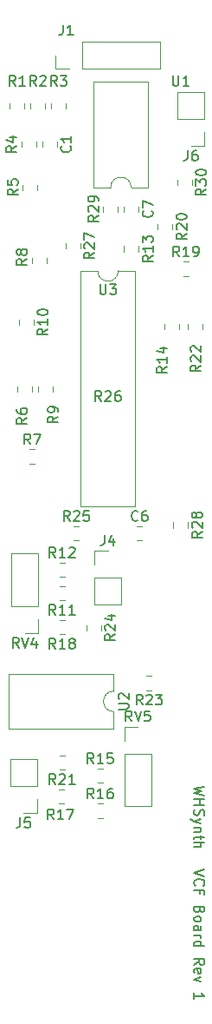
<source format=gbr>
G04 #@! TF.GenerationSoftware,KiCad,Pcbnew,(5.1.2-1)-1*
G04 #@! TF.CreationDate,2019-08-21T11:01:54-07:00*
G04 #@! TF.ProjectId,AS3320_VCF,41533333-3230-45f5-9643-462e6b696361,rev?*
G04 #@! TF.SameCoordinates,Original*
G04 #@! TF.FileFunction,Legend,Top*
G04 #@! TF.FilePolarity,Positive*
%FSLAX46Y46*%
G04 Gerber Fmt 4.6, Leading zero omitted, Abs format (unit mm)*
G04 Created by KiCad (PCBNEW (5.1.2-1)-1) date 2019-08-21 11:01:54*
%MOMM*%
%LPD*%
G04 APERTURE LIST*
%ADD10C,0.150000*%
%ADD11C,0.120000*%
G04 APERTURE END LIST*
D10*
X72937619Y-107942857D02*
X71937619Y-108276190D01*
X72937619Y-108609523D01*
X72032857Y-109514285D02*
X71985238Y-109466666D01*
X71937619Y-109323809D01*
X71937619Y-109228571D01*
X71985238Y-109085714D01*
X72080476Y-108990476D01*
X72175714Y-108942857D01*
X72366190Y-108895238D01*
X72509047Y-108895238D01*
X72699523Y-108942857D01*
X72794761Y-108990476D01*
X72890000Y-109085714D01*
X72937619Y-109228571D01*
X72937619Y-109323809D01*
X72890000Y-109466666D01*
X72842380Y-109514285D01*
X72461428Y-110276190D02*
X72461428Y-109942857D01*
X71937619Y-109942857D02*
X72937619Y-109942857D01*
X72937619Y-110419047D01*
X72461428Y-111895238D02*
X72413809Y-112038095D01*
X72366190Y-112085714D01*
X72270952Y-112133333D01*
X72128095Y-112133333D01*
X72032857Y-112085714D01*
X71985238Y-112038095D01*
X71937619Y-111942857D01*
X71937619Y-111561904D01*
X72937619Y-111561904D01*
X72937619Y-111895238D01*
X72890000Y-111990476D01*
X72842380Y-112038095D01*
X72747142Y-112085714D01*
X72651904Y-112085714D01*
X72556666Y-112038095D01*
X72509047Y-111990476D01*
X72461428Y-111895238D01*
X72461428Y-111561904D01*
X71937619Y-112704761D02*
X71985238Y-112609523D01*
X72032857Y-112561904D01*
X72128095Y-112514285D01*
X72413809Y-112514285D01*
X72509047Y-112561904D01*
X72556666Y-112609523D01*
X72604285Y-112704761D01*
X72604285Y-112847619D01*
X72556666Y-112942857D01*
X72509047Y-112990476D01*
X72413809Y-113038095D01*
X72128095Y-113038095D01*
X72032857Y-112990476D01*
X71985238Y-112942857D01*
X71937619Y-112847619D01*
X71937619Y-112704761D01*
X71937619Y-113895238D02*
X72461428Y-113895238D01*
X72556666Y-113847619D01*
X72604285Y-113752380D01*
X72604285Y-113561904D01*
X72556666Y-113466666D01*
X71985238Y-113895238D02*
X71937619Y-113800000D01*
X71937619Y-113561904D01*
X71985238Y-113466666D01*
X72080476Y-113419047D01*
X72175714Y-113419047D01*
X72270952Y-113466666D01*
X72318571Y-113561904D01*
X72318571Y-113800000D01*
X72366190Y-113895238D01*
X71937619Y-114371428D02*
X72604285Y-114371428D01*
X72413809Y-114371428D02*
X72509047Y-114419047D01*
X72556666Y-114466666D01*
X72604285Y-114561904D01*
X72604285Y-114657142D01*
X71937619Y-115419047D02*
X72937619Y-115419047D01*
X71985238Y-115419047D02*
X71937619Y-115323809D01*
X71937619Y-115133333D01*
X71985238Y-115038095D01*
X72032857Y-114990476D01*
X72128095Y-114942857D01*
X72413809Y-114942857D01*
X72509047Y-114990476D01*
X72556666Y-115038095D01*
X72604285Y-115133333D01*
X72604285Y-115323809D01*
X72556666Y-115419047D01*
X71937619Y-117228571D02*
X72413809Y-116895238D01*
X71937619Y-116657142D02*
X72937619Y-116657142D01*
X72937619Y-117038095D01*
X72890000Y-117133333D01*
X72842380Y-117180952D01*
X72747142Y-117228571D01*
X72604285Y-117228571D01*
X72509047Y-117180952D01*
X72461428Y-117133333D01*
X72413809Y-117038095D01*
X72413809Y-116657142D01*
X71985238Y-118038095D02*
X71937619Y-117942857D01*
X71937619Y-117752380D01*
X71985238Y-117657142D01*
X72080476Y-117609523D01*
X72461428Y-117609523D01*
X72556666Y-117657142D01*
X72604285Y-117752380D01*
X72604285Y-117942857D01*
X72556666Y-118038095D01*
X72461428Y-118085714D01*
X72366190Y-118085714D01*
X72270952Y-117609523D01*
X72604285Y-118419047D02*
X71937619Y-118657142D01*
X72604285Y-118895238D01*
X71937619Y-120561904D02*
X71937619Y-119990476D01*
X71937619Y-120276190D02*
X72937619Y-120276190D01*
X72794761Y-120180952D01*
X72699523Y-120085714D01*
X72651904Y-119990476D01*
X72937619Y-99870000D02*
X71937619Y-100108095D01*
X72651904Y-100298571D01*
X71937619Y-100489047D01*
X72937619Y-100727142D01*
X71937619Y-101108095D02*
X72937619Y-101108095D01*
X72461428Y-101108095D02*
X72461428Y-101679523D01*
X71937619Y-101679523D02*
X72937619Y-101679523D01*
X71985238Y-102108095D02*
X71937619Y-102250952D01*
X71937619Y-102489047D01*
X71985238Y-102584285D01*
X72032857Y-102631904D01*
X72128095Y-102679523D01*
X72223333Y-102679523D01*
X72318571Y-102631904D01*
X72366190Y-102584285D01*
X72413809Y-102489047D01*
X72461428Y-102298571D01*
X72509047Y-102203333D01*
X72556666Y-102155714D01*
X72651904Y-102108095D01*
X72747142Y-102108095D01*
X72842380Y-102155714D01*
X72890000Y-102203333D01*
X72937619Y-102298571D01*
X72937619Y-102536666D01*
X72890000Y-102679523D01*
X72604285Y-103012857D02*
X71937619Y-103250952D01*
X72604285Y-103489047D02*
X71937619Y-103250952D01*
X71699523Y-103155714D01*
X71651904Y-103108095D01*
X71604285Y-103012857D01*
X72604285Y-103870000D02*
X71937619Y-103870000D01*
X72509047Y-103870000D02*
X72556666Y-103917619D01*
X72604285Y-104012857D01*
X72604285Y-104155714D01*
X72556666Y-104250952D01*
X72461428Y-104298571D01*
X71937619Y-104298571D01*
X72604285Y-104631904D02*
X72604285Y-105012857D01*
X72937619Y-104774761D02*
X72080476Y-104774761D01*
X71985238Y-104822380D01*
X71937619Y-104917619D01*
X71937619Y-105012857D01*
X71937619Y-105346190D02*
X72937619Y-105346190D01*
X71937619Y-105774761D02*
X72461428Y-105774761D01*
X72556666Y-105727142D01*
X72604285Y-105631904D01*
X72604285Y-105489047D01*
X72556666Y-105393809D01*
X72509047Y-105346190D01*
D11*
X62170000Y-76902000D02*
X63500000Y-76902000D01*
X62170000Y-78232000D02*
X62170000Y-76902000D01*
X62170000Y-79502000D02*
X64830000Y-79502000D01*
X64830000Y-79502000D02*
X64830000Y-82102000D01*
X62170000Y-79502000D02*
X62170000Y-82102000D01*
X62170000Y-82102000D02*
X64830000Y-82102000D01*
X56575000Y-102422000D02*
X55245000Y-102422000D01*
X56575000Y-101092000D02*
X56575000Y-102422000D01*
X56575000Y-99822000D02*
X53915000Y-99822000D01*
X53915000Y-99822000D02*
X53915000Y-97222000D01*
X56575000Y-99822000D02*
X56575000Y-97222000D01*
X56575000Y-97222000D02*
X53915000Y-97222000D01*
X72958000Y-37398000D02*
X71628000Y-37398000D01*
X72958000Y-36068000D02*
X72958000Y-37398000D01*
X72958000Y-34798000D02*
X70298000Y-34798000D01*
X70298000Y-34798000D02*
X70298000Y-32198000D01*
X72958000Y-34798000D02*
X72958000Y-32198000D01*
X72958000Y-32198000D02*
X70298000Y-32198000D01*
X56702000Y-84896000D02*
X55372000Y-84896000D01*
X56702000Y-83566000D02*
X56702000Y-84896000D01*
X56702000Y-82296000D02*
X54042000Y-82296000D01*
X54042000Y-82296000D02*
X54042000Y-77156000D01*
X56702000Y-82296000D02*
X56702000Y-77156000D01*
X56702000Y-77156000D02*
X54042000Y-77156000D01*
X65091000Y-94047000D02*
X66421000Y-94047000D01*
X65091000Y-95377000D02*
X65091000Y-94047000D01*
X65091000Y-96647000D02*
X67751000Y-96647000D01*
X67751000Y-96647000D02*
X67751000Y-101787000D01*
X65091000Y-96647000D02*
X65091000Y-101787000D01*
X65091000Y-101787000D02*
X67751000Y-101787000D01*
X62120000Y-41462000D02*
X63770000Y-41462000D01*
X62120000Y-31182000D02*
X62120000Y-41462000D01*
X67420000Y-31182000D02*
X62120000Y-31182000D01*
X67420000Y-41462000D02*
X67420000Y-31182000D01*
X65770000Y-41462000D02*
X67420000Y-41462000D01*
X63770000Y-41462000D02*
G75*
G02X65770000Y-41462000I1000000J0D01*
G01*
X64068000Y-94217000D02*
X64068000Y-92567000D01*
X53788000Y-94217000D02*
X64068000Y-94217000D01*
X53788000Y-88917000D02*
X53788000Y-94217000D01*
X64068000Y-88917000D02*
X53788000Y-88917000D01*
X64068000Y-90567000D02*
X64068000Y-88917000D01*
X64068000Y-92567000D02*
G75*
G02X64068000Y-90567000I0J1000000D01*
G01*
X66150000Y-49597000D02*
X64500000Y-49597000D01*
X66150000Y-72577000D02*
X66150000Y-49597000D01*
X60850000Y-72577000D02*
X66150000Y-72577000D01*
X60850000Y-49597000D02*
X60850000Y-72577000D01*
X62500000Y-49597000D02*
X60850000Y-49597000D01*
X64500000Y-49597000D02*
G75*
G02X62500000Y-49597000I-1000000J0D01*
G01*
X58360000Y-29905000D02*
X58360000Y-28575000D01*
X59690000Y-29905000D02*
X58360000Y-29905000D01*
X60960000Y-29905000D02*
X60960000Y-27245000D01*
X60960000Y-27245000D02*
X68640000Y-27245000D01*
X60960000Y-29905000D02*
X68640000Y-29905000D01*
X68640000Y-29905000D02*
X68640000Y-27245000D01*
X57075000Y-37000922D02*
X57075000Y-37518078D01*
X58495000Y-37000922D02*
X58495000Y-37518078D01*
X66337922Y-75894000D02*
X66855078Y-75894000D01*
X66337922Y-74474000D02*
X66855078Y-74474000D01*
X65076000Y-43302422D02*
X65076000Y-43819578D01*
X66496000Y-43302422D02*
X66496000Y-43819578D01*
X55320000Y-33786578D02*
X55320000Y-33269422D01*
X53900000Y-33786578D02*
X53900000Y-33269422D01*
X57352000Y-33786578D02*
X57352000Y-33269422D01*
X55932000Y-33786578D02*
X55932000Y-33269422D01*
X59384000Y-33786578D02*
X59384000Y-33269422D01*
X57964000Y-33786578D02*
X57964000Y-33269422D01*
X56463000Y-37518078D02*
X56463000Y-37000922D01*
X55043000Y-37518078D02*
X55043000Y-37000922D01*
X56590000Y-41709078D02*
X56590000Y-41191922D01*
X55170000Y-41709078D02*
X55170000Y-41191922D01*
X56082000Y-61345578D02*
X56082000Y-60828422D01*
X54662000Y-61345578D02*
X54662000Y-60828422D01*
X55826922Y-68401000D02*
X56344078Y-68401000D01*
X55826922Y-66981000D02*
X56344078Y-66981000D01*
X56059000Y-48333922D02*
X56059000Y-48851078D01*
X57479000Y-48333922D02*
X57479000Y-48851078D01*
X58114000Y-61345578D02*
X58114000Y-60828422D01*
X56694000Y-61345578D02*
X56694000Y-60828422D01*
X54789000Y-54351422D02*
X54789000Y-54868578D01*
X56209000Y-54351422D02*
X56209000Y-54868578D01*
X59265078Y-80316000D02*
X58747922Y-80316000D01*
X59265078Y-81736000D02*
X58747922Y-81736000D01*
X58747922Y-79450000D02*
X59265078Y-79450000D01*
X58747922Y-78030000D02*
X59265078Y-78030000D01*
X65076000Y-47190922D02*
X65076000Y-47708078D01*
X66496000Y-47190922D02*
X66496000Y-47708078D01*
X70433000Y-55298078D02*
X70433000Y-54780922D01*
X69013000Y-55298078D02*
X69013000Y-54780922D01*
X62479422Y-99516000D02*
X62996578Y-99516000D01*
X62479422Y-98096000D02*
X62996578Y-98096000D01*
X62479422Y-102945000D02*
X62996578Y-102945000D01*
X62479422Y-101525000D02*
X62996578Y-101525000D01*
X58717922Y-101548000D02*
X59235078Y-101548000D01*
X58717922Y-100128000D02*
X59235078Y-100128000D01*
X59265078Y-83618000D02*
X58747922Y-83618000D01*
X59265078Y-85038000D02*
X58747922Y-85038000D01*
X70861422Y-50113000D02*
X71378578Y-50113000D01*
X70861422Y-48693000D02*
X71378578Y-48693000D01*
X68378000Y-45031922D02*
X68378000Y-45549078D01*
X69798000Y-45031922D02*
X69798000Y-45549078D01*
X59265078Y-96826000D02*
X58747922Y-96826000D01*
X59265078Y-98246000D02*
X58747922Y-98246000D01*
X72719000Y-55298078D02*
X72719000Y-54780922D01*
X71299000Y-55298078D02*
X71299000Y-54780922D01*
X67774078Y-89079000D02*
X67256922Y-89079000D01*
X67774078Y-90499000D02*
X67256922Y-90499000D01*
X61393000Y-84117922D02*
X61393000Y-84635078D01*
X62813000Y-84117922D02*
X62813000Y-84635078D01*
X60144922Y-75894000D02*
X60662078Y-75894000D01*
X60144922Y-74474000D02*
X60662078Y-74474000D01*
X59361000Y-46906922D02*
X59361000Y-47424078D01*
X60781000Y-46906922D02*
X60781000Y-47424078D01*
X69902000Y-74114922D02*
X69902000Y-74632078D01*
X71322000Y-74114922D02*
X71322000Y-74632078D01*
X64464000Y-43819578D02*
X64464000Y-43302422D01*
X63044000Y-43819578D02*
X63044000Y-43302422D01*
X70283000Y-40713922D02*
X70283000Y-41231078D01*
X71703000Y-40713922D02*
X71703000Y-41231078D01*
D10*
X63166666Y-75354380D02*
X63166666Y-76068666D01*
X63119047Y-76211523D01*
X63023809Y-76306761D01*
X62880952Y-76354380D01*
X62785714Y-76354380D01*
X64071428Y-75687714D02*
X64071428Y-76354380D01*
X63833333Y-75306761D02*
X63595238Y-76021047D01*
X64214285Y-76021047D01*
X54911666Y-102874380D02*
X54911666Y-103588666D01*
X54864047Y-103731523D01*
X54768809Y-103826761D01*
X54625952Y-103874380D01*
X54530714Y-103874380D01*
X55864047Y-102874380D02*
X55387857Y-102874380D01*
X55340238Y-103350571D01*
X55387857Y-103302952D01*
X55483095Y-103255333D01*
X55721190Y-103255333D01*
X55816428Y-103302952D01*
X55864047Y-103350571D01*
X55911666Y-103445809D01*
X55911666Y-103683904D01*
X55864047Y-103779142D01*
X55816428Y-103826761D01*
X55721190Y-103874380D01*
X55483095Y-103874380D01*
X55387857Y-103826761D01*
X55340238Y-103779142D01*
X71294666Y-37850380D02*
X71294666Y-38564666D01*
X71247047Y-38707523D01*
X71151809Y-38802761D01*
X71008952Y-38850380D01*
X70913714Y-38850380D01*
X72199428Y-37850380D02*
X72008952Y-37850380D01*
X71913714Y-37898000D01*
X71866095Y-37945619D01*
X71770857Y-38088476D01*
X71723238Y-38278952D01*
X71723238Y-38659904D01*
X71770857Y-38755142D01*
X71818476Y-38802761D01*
X71913714Y-38850380D01*
X72104190Y-38850380D01*
X72199428Y-38802761D01*
X72247047Y-38755142D01*
X72294666Y-38659904D01*
X72294666Y-38421809D01*
X72247047Y-38326571D01*
X72199428Y-38278952D01*
X72104190Y-38231333D01*
X71913714Y-38231333D01*
X71818476Y-38278952D01*
X71770857Y-38326571D01*
X71723238Y-38421809D01*
X54776761Y-86348380D02*
X54443428Y-85872190D01*
X54205333Y-86348380D02*
X54205333Y-85348380D01*
X54586285Y-85348380D01*
X54681523Y-85396000D01*
X54729142Y-85443619D01*
X54776761Y-85538857D01*
X54776761Y-85681714D01*
X54729142Y-85776952D01*
X54681523Y-85824571D01*
X54586285Y-85872190D01*
X54205333Y-85872190D01*
X55062476Y-85348380D02*
X55395809Y-86348380D01*
X55729142Y-85348380D01*
X56491047Y-85681714D02*
X56491047Y-86348380D01*
X56252952Y-85300761D02*
X56014857Y-86015047D01*
X56633904Y-86015047D01*
X65825761Y-93499380D02*
X65492428Y-93023190D01*
X65254333Y-93499380D02*
X65254333Y-92499380D01*
X65635285Y-92499380D01*
X65730523Y-92547000D01*
X65778142Y-92594619D01*
X65825761Y-92689857D01*
X65825761Y-92832714D01*
X65778142Y-92927952D01*
X65730523Y-92975571D01*
X65635285Y-93023190D01*
X65254333Y-93023190D01*
X66111476Y-92499380D02*
X66444809Y-93499380D01*
X66778142Y-92499380D01*
X67587666Y-92499380D02*
X67111476Y-92499380D01*
X67063857Y-92975571D01*
X67111476Y-92927952D01*
X67206714Y-92880333D01*
X67444809Y-92880333D01*
X67540047Y-92927952D01*
X67587666Y-92975571D01*
X67635285Y-93070809D01*
X67635285Y-93308904D01*
X67587666Y-93404142D01*
X67540047Y-93451761D01*
X67444809Y-93499380D01*
X67206714Y-93499380D01*
X67111476Y-93451761D01*
X67063857Y-93404142D01*
X69850095Y-30567380D02*
X69850095Y-31376904D01*
X69897714Y-31472142D01*
X69945333Y-31519761D01*
X70040571Y-31567380D01*
X70231047Y-31567380D01*
X70326285Y-31519761D01*
X70373904Y-31472142D01*
X70421523Y-31376904D01*
X70421523Y-30567380D01*
X71421523Y-31567380D02*
X70850095Y-31567380D01*
X71135809Y-31567380D02*
X71135809Y-30567380D01*
X71040571Y-30710238D01*
X70945333Y-30805476D01*
X70850095Y-30853095D01*
X64520380Y-92328904D02*
X65329904Y-92328904D01*
X65425142Y-92281285D01*
X65472761Y-92233666D01*
X65520380Y-92138428D01*
X65520380Y-91947952D01*
X65472761Y-91852714D01*
X65425142Y-91805095D01*
X65329904Y-91757476D01*
X64520380Y-91757476D01*
X64615619Y-91328904D02*
X64568000Y-91281285D01*
X64520380Y-91186047D01*
X64520380Y-90947952D01*
X64568000Y-90852714D01*
X64615619Y-90805095D01*
X64710857Y-90757476D01*
X64806095Y-90757476D01*
X64948952Y-90805095D01*
X65520380Y-91376523D01*
X65520380Y-90757476D01*
X62738095Y-50887380D02*
X62738095Y-51696904D01*
X62785714Y-51792142D01*
X62833333Y-51839761D01*
X62928571Y-51887380D01*
X63119047Y-51887380D01*
X63214285Y-51839761D01*
X63261904Y-51792142D01*
X63309523Y-51696904D01*
X63309523Y-50887380D01*
X63690476Y-50887380D02*
X64309523Y-50887380D01*
X63976190Y-51268333D01*
X64119047Y-51268333D01*
X64214285Y-51315952D01*
X64261904Y-51363571D01*
X64309523Y-51458809D01*
X64309523Y-51696904D01*
X64261904Y-51792142D01*
X64214285Y-51839761D01*
X64119047Y-51887380D01*
X63833333Y-51887380D01*
X63738095Y-51839761D01*
X63690476Y-51792142D01*
X59102666Y-25614380D02*
X59102666Y-26328666D01*
X59055047Y-26471523D01*
X58959809Y-26566761D01*
X58816952Y-26614380D01*
X58721714Y-26614380D01*
X60102666Y-26614380D02*
X59531238Y-26614380D01*
X59816952Y-26614380D02*
X59816952Y-25614380D01*
X59721714Y-25757238D01*
X59626476Y-25852476D01*
X59531238Y-25900095D01*
X59792142Y-37426166D02*
X59839761Y-37473785D01*
X59887380Y-37616642D01*
X59887380Y-37711880D01*
X59839761Y-37854738D01*
X59744523Y-37949976D01*
X59649285Y-37997595D01*
X59458809Y-38045214D01*
X59315952Y-38045214D01*
X59125476Y-37997595D01*
X59030238Y-37949976D01*
X58935000Y-37854738D01*
X58887380Y-37711880D01*
X58887380Y-37616642D01*
X58935000Y-37473785D01*
X58982619Y-37426166D01*
X59887380Y-36473785D02*
X59887380Y-37045214D01*
X59887380Y-36759500D02*
X58887380Y-36759500D01*
X59030238Y-36854738D01*
X59125476Y-36949976D01*
X59173095Y-37045214D01*
X66429833Y-73891142D02*
X66382214Y-73938761D01*
X66239357Y-73986380D01*
X66144119Y-73986380D01*
X66001261Y-73938761D01*
X65906023Y-73843523D01*
X65858404Y-73748285D01*
X65810785Y-73557809D01*
X65810785Y-73414952D01*
X65858404Y-73224476D01*
X65906023Y-73129238D01*
X66001261Y-73034000D01*
X66144119Y-72986380D01*
X66239357Y-72986380D01*
X66382214Y-73034000D01*
X66429833Y-73081619D01*
X67286976Y-72986380D02*
X67096500Y-72986380D01*
X67001261Y-73034000D01*
X66953642Y-73081619D01*
X66858404Y-73224476D01*
X66810785Y-73414952D01*
X66810785Y-73795904D01*
X66858404Y-73891142D01*
X66906023Y-73938761D01*
X67001261Y-73986380D01*
X67191738Y-73986380D01*
X67286976Y-73938761D01*
X67334595Y-73891142D01*
X67382214Y-73795904D01*
X67382214Y-73557809D01*
X67334595Y-73462571D01*
X67286976Y-73414952D01*
X67191738Y-73367333D01*
X67001261Y-73367333D01*
X66906023Y-73414952D01*
X66858404Y-73462571D01*
X66810785Y-73557809D01*
X67793142Y-43727666D02*
X67840761Y-43775285D01*
X67888380Y-43918142D01*
X67888380Y-44013380D01*
X67840761Y-44156238D01*
X67745523Y-44251476D01*
X67650285Y-44299095D01*
X67459809Y-44346714D01*
X67316952Y-44346714D01*
X67126476Y-44299095D01*
X67031238Y-44251476D01*
X66936000Y-44156238D01*
X66888380Y-44013380D01*
X66888380Y-43918142D01*
X66936000Y-43775285D01*
X66983619Y-43727666D01*
X66888380Y-43394333D02*
X66888380Y-42727666D01*
X67888380Y-43156238D01*
X54443333Y-31567380D02*
X54110000Y-31091190D01*
X53871904Y-31567380D02*
X53871904Y-30567380D01*
X54252857Y-30567380D01*
X54348095Y-30615000D01*
X54395714Y-30662619D01*
X54443333Y-30757857D01*
X54443333Y-30900714D01*
X54395714Y-30995952D01*
X54348095Y-31043571D01*
X54252857Y-31091190D01*
X53871904Y-31091190D01*
X55395714Y-31567380D02*
X54824285Y-31567380D01*
X55110000Y-31567380D02*
X55110000Y-30567380D01*
X55014761Y-30710238D01*
X54919523Y-30805476D01*
X54824285Y-30853095D01*
X56475333Y-31567380D02*
X56142000Y-31091190D01*
X55903904Y-31567380D02*
X55903904Y-30567380D01*
X56284857Y-30567380D01*
X56380095Y-30615000D01*
X56427714Y-30662619D01*
X56475333Y-30757857D01*
X56475333Y-30900714D01*
X56427714Y-30995952D01*
X56380095Y-31043571D01*
X56284857Y-31091190D01*
X55903904Y-31091190D01*
X56856285Y-30662619D02*
X56903904Y-30615000D01*
X56999142Y-30567380D01*
X57237238Y-30567380D01*
X57332476Y-30615000D01*
X57380095Y-30662619D01*
X57427714Y-30757857D01*
X57427714Y-30853095D01*
X57380095Y-30995952D01*
X56808666Y-31567380D01*
X57427714Y-31567380D01*
X58507333Y-31567380D02*
X58174000Y-31091190D01*
X57935904Y-31567380D02*
X57935904Y-30567380D01*
X58316857Y-30567380D01*
X58412095Y-30615000D01*
X58459714Y-30662619D01*
X58507333Y-30757857D01*
X58507333Y-30900714D01*
X58459714Y-30995952D01*
X58412095Y-31043571D01*
X58316857Y-31091190D01*
X57935904Y-31091190D01*
X58840666Y-30567380D02*
X59459714Y-30567380D01*
X59126380Y-30948333D01*
X59269238Y-30948333D01*
X59364476Y-30995952D01*
X59412095Y-31043571D01*
X59459714Y-31138809D01*
X59459714Y-31376904D01*
X59412095Y-31472142D01*
X59364476Y-31519761D01*
X59269238Y-31567380D01*
X58983523Y-31567380D01*
X58888285Y-31519761D01*
X58840666Y-31472142D01*
X54555380Y-37426166D02*
X54079190Y-37759500D01*
X54555380Y-37997595D02*
X53555380Y-37997595D01*
X53555380Y-37616642D01*
X53603000Y-37521404D01*
X53650619Y-37473785D01*
X53745857Y-37426166D01*
X53888714Y-37426166D01*
X53983952Y-37473785D01*
X54031571Y-37521404D01*
X54079190Y-37616642D01*
X54079190Y-37997595D01*
X53888714Y-36569023D02*
X54555380Y-36569023D01*
X53507761Y-36807119D02*
X54222047Y-37045214D01*
X54222047Y-36426166D01*
X54682380Y-41617166D02*
X54206190Y-41950500D01*
X54682380Y-42188595D02*
X53682380Y-42188595D01*
X53682380Y-41807642D01*
X53730000Y-41712404D01*
X53777619Y-41664785D01*
X53872857Y-41617166D01*
X54015714Y-41617166D01*
X54110952Y-41664785D01*
X54158571Y-41712404D01*
X54206190Y-41807642D01*
X54206190Y-42188595D01*
X53682380Y-40712404D02*
X53682380Y-41188595D01*
X54158571Y-41236214D01*
X54110952Y-41188595D01*
X54063333Y-41093357D01*
X54063333Y-40855261D01*
X54110952Y-40760023D01*
X54158571Y-40712404D01*
X54253809Y-40664785D01*
X54491904Y-40664785D01*
X54587142Y-40712404D01*
X54634761Y-40760023D01*
X54682380Y-40855261D01*
X54682380Y-41093357D01*
X54634761Y-41188595D01*
X54587142Y-41236214D01*
X55570380Y-63920666D02*
X55094190Y-64254000D01*
X55570380Y-64492095D02*
X54570380Y-64492095D01*
X54570380Y-64111142D01*
X54618000Y-64015904D01*
X54665619Y-63968285D01*
X54760857Y-63920666D01*
X54903714Y-63920666D01*
X54998952Y-63968285D01*
X55046571Y-64015904D01*
X55094190Y-64111142D01*
X55094190Y-64492095D01*
X54570380Y-63063523D02*
X54570380Y-63254000D01*
X54618000Y-63349238D01*
X54665619Y-63396857D01*
X54808476Y-63492095D01*
X54998952Y-63539714D01*
X55379904Y-63539714D01*
X55475142Y-63492095D01*
X55522761Y-63444476D01*
X55570380Y-63349238D01*
X55570380Y-63158761D01*
X55522761Y-63063523D01*
X55475142Y-63015904D01*
X55379904Y-62968285D01*
X55141809Y-62968285D01*
X55046571Y-63015904D01*
X54998952Y-63063523D01*
X54951333Y-63158761D01*
X54951333Y-63349238D01*
X54998952Y-63444476D01*
X55046571Y-63492095D01*
X55141809Y-63539714D01*
X55918833Y-66493380D02*
X55585500Y-66017190D01*
X55347404Y-66493380D02*
X55347404Y-65493380D01*
X55728357Y-65493380D01*
X55823595Y-65541000D01*
X55871214Y-65588619D01*
X55918833Y-65683857D01*
X55918833Y-65826714D01*
X55871214Y-65921952D01*
X55823595Y-65969571D01*
X55728357Y-66017190D01*
X55347404Y-66017190D01*
X56252166Y-65493380D02*
X56918833Y-65493380D01*
X56490261Y-66493380D01*
X55570380Y-48426666D02*
X55094190Y-48760000D01*
X55570380Y-48998095D02*
X54570380Y-48998095D01*
X54570380Y-48617142D01*
X54618000Y-48521904D01*
X54665619Y-48474285D01*
X54760857Y-48426666D01*
X54903714Y-48426666D01*
X54998952Y-48474285D01*
X55046571Y-48521904D01*
X55094190Y-48617142D01*
X55094190Y-48998095D01*
X54998952Y-47855238D02*
X54951333Y-47950476D01*
X54903714Y-47998095D01*
X54808476Y-48045714D01*
X54760857Y-48045714D01*
X54665619Y-47998095D01*
X54618000Y-47950476D01*
X54570380Y-47855238D01*
X54570380Y-47664761D01*
X54618000Y-47569523D01*
X54665619Y-47521904D01*
X54760857Y-47474285D01*
X54808476Y-47474285D01*
X54903714Y-47521904D01*
X54951333Y-47569523D01*
X54998952Y-47664761D01*
X54998952Y-47855238D01*
X55046571Y-47950476D01*
X55094190Y-47998095D01*
X55189428Y-48045714D01*
X55379904Y-48045714D01*
X55475142Y-47998095D01*
X55522761Y-47950476D01*
X55570380Y-47855238D01*
X55570380Y-47664761D01*
X55522761Y-47569523D01*
X55475142Y-47521904D01*
X55379904Y-47474285D01*
X55189428Y-47474285D01*
X55094190Y-47521904D01*
X55046571Y-47569523D01*
X54998952Y-47664761D01*
X58618380Y-63793666D02*
X58142190Y-64127000D01*
X58618380Y-64365095D02*
X57618380Y-64365095D01*
X57618380Y-63984142D01*
X57666000Y-63888904D01*
X57713619Y-63841285D01*
X57808857Y-63793666D01*
X57951714Y-63793666D01*
X58046952Y-63841285D01*
X58094571Y-63888904D01*
X58142190Y-63984142D01*
X58142190Y-64365095D01*
X58618380Y-63317476D02*
X58618380Y-63127000D01*
X58570761Y-63031761D01*
X58523142Y-62984142D01*
X58380285Y-62888904D01*
X58189809Y-62841285D01*
X57808857Y-62841285D01*
X57713619Y-62888904D01*
X57666000Y-62936523D01*
X57618380Y-63031761D01*
X57618380Y-63222238D01*
X57666000Y-63317476D01*
X57713619Y-63365095D01*
X57808857Y-63412714D01*
X58046952Y-63412714D01*
X58142190Y-63365095D01*
X58189809Y-63317476D01*
X58237428Y-63222238D01*
X58237428Y-63031761D01*
X58189809Y-62936523D01*
X58142190Y-62888904D01*
X58046952Y-62841285D01*
X57601380Y-55252857D02*
X57125190Y-55586190D01*
X57601380Y-55824285D02*
X56601380Y-55824285D01*
X56601380Y-55443333D01*
X56649000Y-55348095D01*
X56696619Y-55300476D01*
X56791857Y-55252857D01*
X56934714Y-55252857D01*
X57029952Y-55300476D01*
X57077571Y-55348095D01*
X57125190Y-55443333D01*
X57125190Y-55824285D01*
X57601380Y-54300476D02*
X57601380Y-54871904D01*
X57601380Y-54586190D02*
X56601380Y-54586190D01*
X56744238Y-54681428D01*
X56839476Y-54776666D01*
X56887095Y-54871904D01*
X56601380Y-53681428D02*
X56601380Y-53586190D01*
X56649000Y-53490952D01*
X56696619Y-53443333D01*
X56791857Y-53395714D01*
X56982333Y-53348095D01*
X57220428Y-53348095D01*
X57410904Y-53395714D01*
X57506142Y-53443333D01*
X57553761Y-53490952D01*
X57601380Y-53586190D01*
X57601380Y-53681428D01*
X57553761Y-53776666D01*
X57506142Y-53824285D01*
X57410904Y-53871904D01*
X57220428Y-53919523D01*
X56982333Y-53919523D01*
X56791857Y-53871904D01*
X56696619Y-53824285D01*
X56649000Y-53776666D01*
X56601380Y-53681428D01*
X58363642Y-83128380D02*
X58030309Y-82652190D01*
X57792214Y-83128380D02*
X57792214Y-82128380D01*
X58173166Y-82128380D01*
X58268404Y-82176000D01*
X58316023Y-82223619D01*
X58363642Y-82318857D01*
X58363642Y-82461714D01*
X58316023Y-82556952D01*
X58268404Y-82604571D01*
X58173166Y-82652190D01*
X57792214Y-82652190D01*
X59316023Y-83128380D02*
X58744595Y-83128380D01*
X59030309Y-83128380D02*
X59030309Y-82128380D01*
X58935071Y-82271238D01*
X58839833Y-82366476D01*
X58744595Y-82414095D01*
X60268404Y-83128380D02*
X59696976Y-83128380D01*
X59982690Y-83128380D02*
X59982690Y-82128380D01*
X59887452Y-82271238D01*
X59792214Y-82366476D01*
X59696976Y-82414095D01*
X58363642Y-77542380D02*
X58030309Y-77066190D01*
X57792214Y-77542380D02*
X57792214Y-76542380D01*
X58173166Y-76542380D01*
X58268404Y-76590000D01*
X58316023Y-76637619D01*
X58363642Y-76732857D01*
X58363642Y-76875714D01*
X58316023Y-76970952D01*
X58268404Y-77018571D01*
X58173166Y-77066190D01*
X57792214Y-77066190D01*
X59316023Y-77542380D02*
X58744595Y-77542380D01*
X59030309Y-77542380D02*
X59030309Y-76542380D01*
X58935071Y-76685238D01*
X58839833Y-76780476D01*
X58744595Y-76828095D01*
X59696976Y-76637619D02*
X59744595Y-76590000D01*
X59839833Y-76542380D01*
X60077928Y-76542380D01*
X60173166Y-76590000D01*
X60220785Y-76637619D01*
X60268404Y-76732857D01*
X60268404Y-76828095D01*
X60220785Y-76970952D01*
X59649357Y-77542380D01*
X60268404Y-77542380D01*
X67888380Y-48092357D02*
X67412190Y-48425690D01*
X67888380Y-48663785D02*
X66888380Y-48663785D01*
X66888380Y-48282833D01*
X66936000Y-48187595D01*
X66983619Y-48139976D01*
X67078857Y-48092357D01*
X67221714Y-48092357D01*
X67316952Y-48139976D01*
X67364571Y-48187595D01*
X67412190Y-48282833D01*
X67412190Y-48663785D01*
X67888380Y-47139976D02*
X67888380Y-47711404D01*
X67888380Y-47425690D02*
X66888380Y-47425690D01*
X67031238Y-47520928D01*
X67126476Y-47616166D01*
X67174095Y-47711404D01*
X66888380Y-46806642D02*
X66888380Y-46187595D01*
X67269333Y-46520928D01*
X67269333Y-46378071D01*
X67316952Y-46282833D01*
X67364571Y-46235214D01*
X67459809Y-46187595D01*
X67697904Y-46187595D01*
X67793142Y-46235214D01*
X67840761Y-46282833D01*
X67888380Y-46378071D01*
X67888380Y-46663785D01*
X67840761Y-46759023D01*
X67793142Y-46806642D01*
X69286380Y-58935857D02*
X68810190Y-59269190D01*
X69286380Y-59507285D02*
X68286380Y-59507285D01*
X68286380Y-59126333D01*
X68334000Y-59031095D01*
X68381619Y-58983476D01*
X68476857Y-58935857D01*
X68619714Y-58935857D01*
X68714952Y-58983476D01*
X68762571Y-59031095D01*
X68810190Y-59126333D01*
X68810190Y-59507285D01*
X69286380Y-57983476D02*
X69286380Y-58554904D01*
X69286380Y-58269190D02*
X68286380Y-58269190D01*
X68429238Y-58364428D01*
X68524476Y-58459666D01*
X68572095Y-58554904D01*
X68619714Y-57126333D02*
X69286380Y-57126333D01*
X68238761Y-57364428D02*
X68953047Y-57602523D01*
X68953047Y-56983476D01*
X62095142Y-97608380D02*
X61761809Y-97132190D01*
X61523714Y-97608380D02*
X61523714Y-96608380D01*
X61904666Y-96608380D01*
X61999904Y-96656000D01*
X62047523Y-96703619D01*
X62095142Y-96798857D01*
X62095142Y-96941714D01*
X62047523Y-97036952D01*
X61999904Y-97084571D01*
X61904666Y-97132190D01*
X61523714Y-97132190D01*
X63047523Y-97608380D02*
X62476095Y-97608380D01*
X62761809Y-97608380D02*
X62761809Y-96608380D01*
X62666571Y-96751238D01*
X62571333Y-96846476D01*
X62476095Y-96894095D01*
X63952285Y-96608380D02*
X63476095Y-96608380D01*
X63428476Y-97084571D01*
X63476095Y-97036952D01*
X63571333Y-96989333D01*
X63809428Y-96989333D01*
X63904666Y-97036952D01*
X63952285Y-97084571D01*
X63999904Y-97179809D01*
X63999904Y-97417904D01*
X63952285Y-97513142D01*
X63904666Y-97560761D01*
X63809428Y-97608380D01*
X63571333Y-97608380D01*
X63476095Y-97560761D01*
X63428476Y-97513142D01*
X62095142Y-101037380D02*
X61761809Y-100561190D01*
X61523714Y-101037380D02*
X61523714Y-100037380D01*
X61904666Y-100037380D01*
X61999904Y-100085000D01*
X62047523Y-100132619D01*
X62095142Y-100227857D01*
X62095142Y-100370714D01*
X62047523Y-100465952D01*
X61999904Y-100513571D01*
X61904666Y-100561190D01*
X61523714Y-100561190D01*
X63047523Y-101037380D02*
X62476095Y-101037380D01*
X62761809Y-101037380D02*
X62761809Y-100037380D01*
X62666571Y-100180238D01*
X62571333Y-100275476D01*
X62476095Y-100323095D01*
X63904666Y-100037380D02*
X63714190Y-100037380D01*
X63618952Y-100085000D01*
X63571333Y-100132619D01*
X63476095Y-100275476D01*
X63428476Y-100465952D01*
X63428476Y-100846904D01*
X63476095Y-100942142D01*
X63523714Y-100989761D01*
X63618952Y-101037380D01*
X63809428Y-101037380D01*
X63904666Y-100989761D01*
X63952285Y-100942142D01*
X63999904Y-100846904D01*
X63999904Y-100608809D01*
X63952285Y-100513571D01*
X63904666Y-100465952D01*
X63809428Y-100418333D01*
X63618952Y-100418333D01*
X63523714Y-100465952D01*
X63476095Y-100513571D01*
X63428476Y-100608809D01*
X58206642Y-103068380D02*
X57873309Y-102592190D01*
X57635214Y-103068380D02*
X57635214Y-102068380D01*
X58016166Y-102068380D01*
X58111404Y-102116000D01*
X58159023Y-102163619D01*
X58206642Y-102258857D01*
X58206642Y-102401714D01*
X58159023Y-102496952D01*
X58111404Y-102544571D01*
X58016166Y-102592190D01*
X57635214Y-102592190D01*
X59159023Y-103068380D02*
X58587595Y-103068380D01*
X58873309Y-103068380D02*
X58873309Y-102068380D01*
X58778071Y-102211238D01*
X58682833Y-102306476D01*
X58587595Y-102354095D01*
X59492357Y-102068380D02*
X60159023Y-102068380D01*
X59730452Y-103068380D01*
X58363642Y-86430380D02*
X58030309Y-85954190D01*
X57792214Y-86430380D02*
X57792214Y-85430380D01*
X58173166Y-85430380D01*
X58268404Y-85478000D01*
X58316023Y-85525619D01*
X58363642Y-85620857D01*
X58363642Y-85763714D01*
X58316023Y-85858952D01*
X58268404Y-85906571D01*
X58173166Y-85954190D01*
X57792214Y-85954190D01*
X59316023Y-86430380D02*
X58744595Y-86430380D01*
X59030309Y-86430380D02*
X59030309Y-85430380D01*
X58935071Y-85573238D01*
X58839833Y-85668476D01*
X58744595Y-85716095D01*
X59887452Y-85858952D02*
X59792214Y-85811333D01*
X59744595Y-85763714D01*
X59696976Y-85668476D01*
X59696976Y-85620857D01*
X59744595Y-85525619D01*
X59792214Y-85478000D01*
X59887452Y-85430380D01*
X60077928Y-85430380D01*
X60173166Y-85478000D01*
X60220785Y-85525619D01*
X60268404Y-85620857D01*
X60268404Y-85668476D01*
X60220785Y-85763714D01*
X60173166Y-85811333D01*
X60077928Y-85858952D01*
X59887452Y-85858952D01*
X59792214Y-85906571D01*
X59744595Y-85954190D01*
X59696976Y-86049428D01*
X59696976Y-86239904D01*
X59744595Y-86335142D01*
X59792214Y-86382761D01*
X59887452Y-86430380D01*
X60077928Y-86430380D01*
X60173166Y-86382761D01*
X60220785Y-86335142D01*
X60268404Y-86239904D01*
X60268404Y-86049428D01*
X60220785Y-85954190D01*
X60173166Y-85906571D01*
X60077928Y-85858952D01*
X70477142Y-48205380D02*
X70143809Y-47729190D01*
X69905714Y-48205380D02*
X69905714Y-47205380D01*
X70286666Y-47205380D01*
X70381904Y-47253000D01*
X70429523Y-47300619D01*
X70477142Y-47395857D01*
X70477142Y-47538714D01*
X70429523Y-47633952D01*
X70381904Y-47681571D01*
X70286666Y-47729190D01*
X69905714Y-47729190D01*
X71429523Y-48205380D02*
X70858095Y-48205380D01*
X71143809Y-48205380D02*
X71143809Y-47205380D01*
X71048571Y-47348238D01*
X70953333Y-47443476D01*
X70858095Y-47491095D01*
X71905714Y-48205380D02*
X72096190Y-48205380D01*
X72191428Y-48157761D01*
X72239047Y-48110142D01*
X72334285Y-47967285D01*
X72381904Y-47776809D01*
X72381904Y-47395857D01*
X72334285Y-47300619D01*
X72286666Y-47253000D01*
X72191428Y-47205380D01*
X72000952Y-47205380D01*
X71905714Y-47253000D01*
X71858095Y-47300619D01*
X71810476Y-47395857D01*
X71810476Y-47633952D01*
X71858095Y-47729190D01*
X71905714Y-47776809D01*
X72000952Y-47824428D01*
X72191428Y-47824428D01*
X72286666Y-47776809D01*
X72334285Y-47729190D01*
X72381904Y-47633952D01*
X71190380Y-45933357D02*
X70714190Y-46266690D01*
X71190380Y-46504785D02*
X70190380Y-46504785D01*
X70190380Y-46123833D01*
X70238000Y-46028595D01*
X70285619Y-45980976D01*
X70380857Y-45933357D01*
X70523714Y-45933357D01*
X70618952Y-45980976D01*
X70666571Y-46028595D01*
X70714190Y-46123833D01*
X70714190Y-46504785D01*
X70285619Y-45552404D02*
X70238000Y-45504785D01*
X70190380Y-45409547D01*
X70190380Y-45171452D01*
X70238000Y-45076214D01*
X70285619Y-45028595D01*
X70380857Y-44980976D01*
X70476095Y-44980976D01*
X70618952Y-45028595D01*
X71190380Y-45600023D01*
X71190380Y-44980976D01*
X70190380Y-44361928D02*
X70190380Y-44266690D01*
X70238000Y-44171452D01*
X70285619Y-44123833D01*
X70380857Y-44076214D01*
X70571333Y-44028595D01*
X70809428Y-44028595D01*
X70999904Y-44076214D01*
X71095142Y-44123833D01*
X71142761Y-44171452D01*
X71190380Y-44266690D01*
X71190380Y-44361928D01*
X71142761Y-44457166D01*
X71095142Y-44504785D01*
X70999904Y-44552404D01*
X70809428Y-44600023D01*
X70571333Y-44600023D01*
X70380857Y-44552404D01*
X70285619Y-44504785D01*
X70238000Y-44457166D01*
X70190380Y-44361928D01*
X58363642Y-99638380D02*
X58030309Y-99162190D01*
X57792214Y-99638380D02*
X57792214Y-98638380D01*
X58173166Y-98638380D01*
X58268404Y-98686000D01*
X58316023Y-98733619D01*
X58363642Y-98828857D01*
X58363642Y-98971714D01*
X58316023Y-99066952D01*
X58268404Y-99114571D01*
X58173166Y-99162190D01*
X57792214Y-99162190D01*
X58744595Y-98733619D02*
X58792214Y-98686000D01*
X58887452Y-98638380D01*
X59125547Y-98638380D01*
X59220785Y-98686000D01*
X59268404Y-98733619D01*
X59316023Y-98828857D01*
X59316023Y-98924095D01*
X59268404Y-99066952D01*
X58696976Y-99638380D01*
X59316023Y-99638380D01*
X60268404Y-99638380D02*
X59696976Y-99638380D01*
X59982690Y-99638380D02*
X59982690Y-98638380D01*
X59887452Y-98781238D01*
X59792214Y-98876476D01*
X59696976Y-98924095D01*
X72588380Y-58808857D02*
X72112190Y-59142190D01*
X72588380Y-59380285D02*
X71588380Y-59380285D01*
X71588380Y-58999333D01*
X71636000Y-58904095D01*
X71683619Y-58856476D01*
X71778857Y-58808857D01*
X71921714Y-58808857D01*
X72016952Y-58856476D01*
X72064571Y-58904095D01*
X72112190Y-58999333D01*
X72112190Y-59380285D01*
X71683619Y-58427904D02*
X71636000Y-58380285D01*
X71588380Y-58285047D01*
X71588380Y-58046952D01*
X71636000Y-57951714D01*
X71683619Y-57904095D01*
X71778857Y-57856476D01*
X71874095Y-57856476D01*
X72016952Y-57904095D01*
X72588380Y-58475523D01*
X72588380Y-57856476D01*
X71683619Y-57475523D02*
X71636000Y-57427904D01*
X71588380Y-57332666D01*
X71588380Y-57094571D01*
X71636000Y-56999333D01*
X71683619Y-56951714D01*
X71778857Y-56904095D01*
X71874095Y-56904095D01*
X72016952Y-56951714D01*
X72588380Y-57523142D01*
X72588380Y-56904095D01*
X66872642Y-91891380D02*
X66539309Y-91415190D01*
X66301214Y-91891380D02*
X66301214Y-90891380D01*
X66682166Y-90891380D01*
X66777404Y-90939000D01*
X66825023Y-90986619D01*
X66872642Y-91081857D01*
X66872642Y-91224714D01*
X66825023Y-91319952D01*
X66777404Y-91367571D01*
X66682166Y-91415190D01*
X66301214Y-91415190D01*
X67253595Y-90986619D02*
X67301214Y-90939000D01*
X67396452Y-90891380D01*
X67634547Y-90891380D01*
X67729785Y-90939000D01*
X67777404Y-90986619D01*
X67825023Y-91081857D01*
X67825023Y-91177095D01*
X67777404Y-91319952D01*
X67205976Y-91891380D01*
X67825023Y-91891380D01*
X68158357Y-90891380D02*
X68777404Y-90891380D01*
X68444071Y-91272333D01*
X68586928Y-91272333D01*
X68682166Y-91319952D01*
X68729785Y-91367571D01*
X68777404Y-91462809D01*
X68777404Y-91700904D01*
X68729785Y-91796142D01*
X68682166Y-91843761D01*
X68586928Y-91891380D01*
X68301214Y-91891380D01*
X68205976Y-91843761D01*
X68158357Y-91796142D01*
X64205380Y-85019357D02*
X63729190Y-85352690D01*
X64205380Y-85590785D02*
X63205380Y-85590785D01*
X63205380Y-85209833D01*
X63253000Y-85114595D01*
X63300619Y-85066976D01*
X63395857Y-85019357D01*
X63538714Y-85019357D01*
X63633952Y-85066976D01*
X63681571Y-85114595D01*
X63729190Y-85209833D01*
X63729190Y-85590785D01*
X63300619Y-84638404D02*
X63253000Y-84590785D01*
X63205380Y-84495547D01*
X63205380Y-84257452D01*
X63253000Y-84162214D01*
X63300619Y-84114595D01*
X63395857Y-84066976D01*
X63491095Y-84066976D01*
X63633952Y-84114595D01*
X64205380Y-84686023D01*
X64205380Y-84066976D01*
X63538714Y-83209833D02*
X64205380Y-83209833D01*
X63157761Y-83447928D02*
X63872047Y-83686023D01*
X63872047Y-83066976D01*
X59760642Y-73986380D02*
X59427309Y-73510190D01*
X59189214Y-73986380D02*
X59189214Y-72986380D01*
X59570166Y-72986380D01*
X59665404Y-73034000D01*
X59713023Y-73081619D01*
X59760642Y-73176857D01*
X59760642Y-73319714D01*
X59713023Y-73414952D01*
X59665404Y-73462571D01*
X59570166Y-73510190D01*
X59189214Y-73510190D01*
X60141595Y-73081619D02*
X60189214Y-73034000D01*
X60284452Y-72986380D01*
X60522547Y-72986380D01*
X60617785Y-73034000D01*
X60665404Y-73081619D01*
X60713023Y-73176857D01*
X60713023Y-73272095D01*
X60665404Y-73414952D01*
X60093976Y-73986380D01*
X60713023Y-73986380D01*
X61617785Y-72986380D02*
X61141595Y-72986380D01*
X61093976Y-73462571D01*
X61141595Y-73414952D01*
X61236833Y-73367333D01*
X61474928Y-73367333D01*
X61570166Y-73414952D01*
X61617785Y-73462571D01*
X61665404Y-73557809D01*
X61665404Y-73795904D01*
X61617785Y-73891142D01*
X61570166Y-73938761D01*
X61474928Y-73986380D01*
X61236833Y-73986380D01*
X61141595Y-73938761D01*
X61093976Y-73891142D01*
X62173380Y-47808357D02*
X61697190Y-48141690D01*
X62173380Y-48379785D02*
X61173380Y-48379785D01*
X61173380Y-47998833D01*
X61221000Y-47903595D01*
X61268619Y-47855976D01*
X61363857Y-47808357D01*
X61506714Y-47808357D01*
X61601952Y-47855976D01*
X61649571Y-47903595D01*
X61697190Y-47998833D01*
X61697190Y-48379785D01*
X61268619Y-47427404D02*
X61221000Y-47379785D01*
X61173380Y-47284547D01*
X61173380Y-47046452D01*
X61221000Y-46951214D01*
X61268619Y-46903595D01*
X61363857Y-46855976D01*
X61459095Y-46855976D01*
X61601952Y-46903595D01*
X62173380Y-47475023D01*
X62173380Y-46855976D01*
X61173380Y-46522642D02*
X61173380Y-45855976D01*
X62173380Y-46284547D01*
X72714380Y-75016357D02*
X72238190Y-75349690D01*
X72714380Y-75587785D02*
X71714380Y-75587785D01*
X71714380Y-75206833D01*
X71762000Y-75111595D01*
X71809619Y-75063976D01*
X71904857Y-75016357D01*
X72047714Y-75016357D01*
X72142952Y-75063976D01*
X72190571Y-75111595D01*
X72238190Y-75206833D01*
X72238190Y-75587785D01*
X71809619Y-74635404D02*
X71762000Y-74587785D01*
X71714380Y-74492547D01*
X71714380Y-74254452D01*
X71762000Y-74159214D01*
X71809619Y-74111595D01*
X71904857Y-74063976D01*
X72000095Y-74063976D01*
X72142952Y-74111595D01*
X72714380Y-74683023D01*
X72714380Y-74063976D01*
X72142952Y-73492547D02*
X72095333Y-73587785D01*
X72047714Y-73635404D01*
X71952476Y-73683023D01*
X71904857Y-73683023D01*
X71809619Y-73635404D01*
X71762000Y-73587785D01*
X71714380Y-73492547D01*
X71714380Y-73302071D01*
X71762000Y-73206833D01*
X71809619Y-73159214D01*
X71904857Y-73111595D01*
X71952476Y-73111595D01*
X72047714Y-73159214D01*
X72095333Y-73206833D01*
X72142952Y-73302071D01*
X72142952Y-73492547D01*
X72190571Y-73587785D01*
X72238190Y-73635404D01*
X72333428Y-73683023D01*
X72523904Y-73683023D01*
X72619142Y-73635404D01*
X72666761Y-73587785D01*
X72714380Y-73492547D01*
X72714380Y-73302071D01*
X72666761Y-73206833D01*
X72619142Y-73159214D01*
X72523904Y-73111595D01*
X72333428Y-73111595D01*
X72238190Y-73159214D01*
X72190571Y-73206833D01*
X72142952Y-73302071D01*
X62556380Y-44203857D02*
X62080190Y-44537190D01*
X62556380Y-44775285D02*
X61556380Y-44775285D01*
X61556380Y-44394333D01*
X61604000Y-44299095D01*
X61651619Y-44251476D01*
X61746857Y-44203857D01*
X61889714Y-44203857D01*
X61984952Y-44251476D01*
X62032571Y-44299095D01*
X62080190Y-44394333D01*
X62080190Y-44775285D01*
X61651619Y-43822904D02*
X61604000Y-43775285D01*
X61556380Y-43680047D01*
X61556380Y-43441952D01*
X61604000Y-43346714D01*
X61651619Y-43299095D01*
X61746857Y-43251476D01*
X61842095Y-43251476D01*
X61984952Y-43299095D01*
X62556380Y-43870523D01*
X62556380Y-43251476D01*
X62556380Y-42775285D02*
X62556380Y-42584809D01*
X62508761Y-42489571D01*
X62461142Y-42441952D01*
X62318285Y-42346714D01*
X62127809Y-42299095D01*
X61746857Y-42299095D01*
X61651619Y-42346714D01*
X61604000Y-42394333D01*
X61556380Y-42489571D01*
X61556380Y-42680047D01*
X61604000Y-42775285D01*
X61651619Y-42822904D01*
X61746857Y-42870523D01*
X61984952Y-42870523D01*
X62080190Y-42822904D01*
X62127809Y-42775285D01*
X62175428Y-42680047D01*
X62175428Y-42489571D01*
X62127809Y-42394333D01*
X62080190Y-42346714D01*
X61984952Y-42299095D01*
X73095380Y-41615357D02*
X72619190Y-41948690D01*
X73095380Y-42186785D02*
X72095380Y-42186785D01*
X72095380Y-41805833D01*
X72143000Y-41710595D01*
X72190619Y-41662976D01*
X72285857Y-41615357D01*
X72428714Y-41615357D01*
X72523952Y-41662976D01*
X72571571Y-41710595D01*
X72619190Y-41805833D01*
X72619190Y-42186785D01*
X72095380Y-41282023D02*
X72095380Y-40662976D01*
X72476333Y-40996309D01*
X72476333Y-40853452D01*
X72523952Y-40758214D01*
X72571571Y-40710595D01*
X72666809Y-40662976D01*
X72904904Y-40662976D01*
X73000142Y-40710595D01*
X73047761Y-40758214D01*
X73095380Y-40853452D01*
X73095380Y-41139166D01*
X73047761Y-41234404D01*
X73000142Y-41282023D01*
X72095380Y-40043928D02*
X72095380Y-39948690D01*
X72143000Y-39853452D01*
X72190619Y-39805833D01*
X72285857Y-39758214D01*
X72476333Y-39710595D01*
X72714428Y-39710595D01*
X72904904Y-39758214D01*
X73000142Y-39805833D01*
X73047761Y-39853452D01*
X73095380Y-39948690D01*
X73095380Y-40043928D01*
X73047761Y-40139166D01*
X73000142Y-40186785D01*
X72904904Y-40234404D01*
X72714428Y-40282023D01*
X72476333Y-40282023D01*
X72285857Y-40234404D01*
X72190619Y-40186785D01*
X72143000Y-40139166D01*
X72095380Y-40043928D01*
X62857142Y-62309380D02*
X62523809Y-61833190D01*
X62285714Y-62309380D02*
X62285714Y-61309380D01*
X62666666Y-61309380D01*
X62761904Y-61357000D01*
X62809523Y-61404619D01*
X62857142Y-61499857D01*
X62857142Y-61642714D01*
X62809523Y-61737952D01*
X62761904Y-61785571D01*
X62666666Y-61833190D01*
X62285714Y-61833190D01*
X63238095Y-61404619D02*
X63285714Y-61357000D01*
X63380952Y-61309380D01*
X63619047Y-61309380D01*
X63714285Y-61357000D01*
X63761904Y-61404619D01*
X63809523Y-61499857D01*
X63809523Y-61595095D01*
X63761904Y-61737952D01*
X63190476Y-62309380D01*
X63809523Y-62309380D01*
X64666666Y-61309380D02*
X64476190Y-61309380D01*
X64380952Y-61357000D01*
X64333333Y-61404619D01*
X64238095Y-61547476D01*
X64190476Y-61737952D01*
X64190476Y-62118904D01*
X64238095Y-62214142D01*
X64285714Y-62261761D01*
X64380952Y-62309380D01*
X64571428Y-62309380D01*
X64666666Y-62261761D01*
X64714285Y-62214142D01*
X64761904Y-62118904D01*
X64761904Y-61880809D01*
X64714285Y-61785571D01*
X64666666Y-61737952D01*
X64571428Y-61690333D01*
X64380952Y-61690333D01*
X64285714Y-61737952D01*
X64238095Y-61785571D01*
X64190476Y-61880809D01*
M02*

</source>
